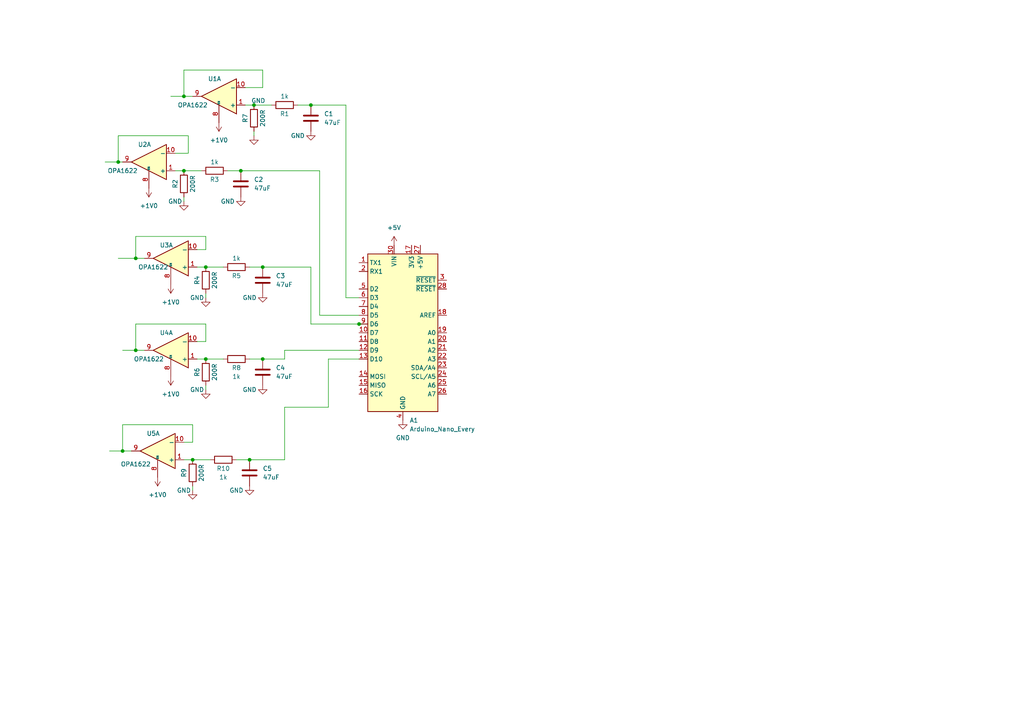
<source format=kicad_sch>
(kicad_sch (version 20230121) (generator eeschema)

  (uuid febae07b-aa3c-44e9-ba77-7fbc25b7a6dd)

  (paper "A4")

  (lib_symbols
    (symbol "Amplifier_Audio:OPA1622" (pin_names (offset 0.127)) (in_bom yes) (on_board yes)
      (property "Reference" "U" (at 3.81 6.35 0)
        (effects (font (size 1.27 1.27)) (justify left))
      )
      (property "Value" "OPA1622" (at 3.81 3.81 0)
        (effects (font (size 1.27 1.27)) (justify left))
      )
      (property "Footprint" "Package_SON:Texas_S-PVSON-N10" (at 0 -10.16 0)
        (effects (font (size 1.27 1.27)) hide)
      )
      (property "Datasheet" "http://www.ti.com/lit/ds/symlink/opa1622.pdf" (at 0 0 0)
        (effects (font (size 1.27 1.27)) hide)
      )
      (property "ki_locked" "" (at 0 0 0)
        (effects (font (size 1.27 1.27)))
      )
      (property "ki_keywords" "dual opamp audio" (at 0 0 0)
        (effects (font (size 1.27 1.27)) hide)
      )
      (property "ki_description" "High-Fidelity, Bipolar-Input, Audio Operational Amplifier, VSON-10" (at 0 0 0)
        (effects (font (size 1.27 1.27)) hide)
      )
      (property "ki_fp_filters" "Texas*PVSON*" (at 0 0 0)
        (effects (font (size 1.27 1.27)) hide)
      )
      (symbol "OPA1622_1_1"
        (polyline
          (pts
            (xy -5.08 5.08)
            (xy 5.08 0)
            (xy -5.08 -5.08)
            (xy -5.08 5.08)
            (xy -5.08 5.08)
          )
          (stroke (width 0.254) (type default))
          (fill (type background))
        )
        (pin input line (at -7.62 2.54 0) (length 2.54)
          (name "+" (effects (font (size 1.27 1.27))))
          (number "1" (effects (font (size 1.27 1.27))))
        )
        (pin input line (at -7.62 -2.54 0) (length 2.54)
          (name "-" (effects (font (size 1.27 1.27))))
          (number "10" (effects (font (size 1.27 1.27))))
        )
        (pin input line (at 0 7.62 270) (length 5.08)
          (name "EN" (effects (font (size 0.508 0.508))))
          (number "8" (effects (font (size 1.27 1.27))))
        )
        (pin output line (at 7.62 0 180) (length 2.54)
          (name "~" (effects (font (size 1.27 1.27))))
          (number "9" (effects (font (size 1.27 1.27))))
        )
      )
      (symbol "OPA1622_2_1"
        (polyline
          (pts
            (xy -5.08 5.08)
            (xy 5.08 0)
            (xy -5.08 -5.08)
            (xy -5.08 5.08)
            (xy -5.08 5.08)
          )
          (stroke (width 0.254) (type default))
          (fill (type background))
        )
        (pin input line (at -7.62 2.54 0) (length 2.54)
          (name "+" (effects (font (size 1.27 1.27))))
          (number "5" (effects (font (size 1.27 1.27))))
        )
        (pin input line (at -7.62 -2.54 0) (length 2.54)
          (name "-" (effects (font (size 1.27 1.27))))
          (number "6" (effects (font (size 1.27 1.27))))
        )
        (pin output line (at 7.62 0 180) (length 2.54)
          (name "~" (effects (font (size 1.27 1.27))))
          (number "7" (effects (font (size 1.27 1.27))))
        )
      )
      (symbol "OPA1622_3_1"
        (pin passive line (at -2.54 -7.62 90) (length 3.81) hide
          (name "V-" (effects (font (size 1.27 1.27))))
          (number "11" (effects (font (size 1.27 1.27))))
        )
        (pin power_in line (at -2.54 7.62 270) (length 3.81)
          (name "V+" (effects (font (size 1.27 1.27))))
          (number "2" (effects (font (size 1.27 1.27))))
        )
        (pin power_in line (at 0 -7.62 90) (length 5.08)
          (name "GND" (effects (font (size 0.508 0.508))))
          (number "3" (effects (font (size 1.27 1.27))))
        )
        (pin power_in line (at -2.54 -7.62 90) (length 3.81)
          (name "V-" (effects (font (size 1.27 1.27))))
          (number "4" (effects (font (size 1.27 1.27))))
        )
      )
    )
    (symbol "Device:C" (pin_numbers hide) (pin_names (offset 0.254)) (in_bom yes) (on_board yes)
      (property "Reference" "C" (at 0.635 2.54 0)
        (effects (font (size 1.27 1.27)) (justify left))
      )
      (property "Value" "C" (at 0.635 -2.54 0)
        (effects (font (size 1.27 1.27)) (justify left))
      )
      (property "Footprint" "" (at 0.9652 -3.81 0)
        (effects (font (size 1.27 1.27)) hide)
      )
      (property "Datasheet" "~" (at 0 0 0)
        (effects (font (size 1.27 1.27)) hide)
      )
      (property "ki_keywords" "cap capacitor" (at 0 0 0)
        (effects (font (size 1.27 1.27)) hide)
      )
      (property "ki_description" "Unpolarized capacitor" (at 0 0 0)
        (effects (font (size 1.27 1.27)) hide)
      )
      (property "ki_fp_filters" "C_*" (at 0 0 0)
        (effects (font (size 1.27 1.27)) hide)
      )
      (symbol "C_0_1"
        (polyline
          (pts
            (xy -2.032 -0.762)
            (xy 2.032 -0.762)
          )
          (stroke (width 0.508) (type default))
          (fill (type none))
        )
        (polyline
          (pts
            (xy -2.032 0.762)
            (xy 2.032 0.762)
          )
          (stroke (width 0.508) (type default))
          (fill (type none))
        )
      )
      (symbol "C_1_1"
        (pin passive line (at 0 3.81 270) (length 2.794)
          (name "~" (effects (font (size 1.27 1.27))))
          (number "1" (effects (font (size 1.27 1.27))))
        )
        (pin passive line (at 0 -3.81 90) (length 2.794)
          (name "~" (effects (font (size 1.27 1.27))))
          (number "2" (effects (font (size 1.27 1.27))))
        )
      )
    )
    (symbol "Device:R" (pin_numbers hide) (pin_names (offset 0)) (in_bom yes) (on_board yes)
      (property "Reference" "R" (at 2.032 0 90)
        (effects (font (size 1.27 1.27)))
      )
      (property "Value" "R" (at 0 0 90)
        (effects (font (size 1.27 1.27)))
      )
      (property "Footprint" "" (at -1.778 0 90)
        (effects (font (size 1.27 1.27)) hide)
      )
      (property "Datasheet" "~" (at 0 0 0)
        (effects (font (size 1.27 1.27)) hide)
      )
      (property "ki_keywords" "R res resistor" (at 0 0 0)
        (effects (font (size 1.27 1.27)) hide)
      )
      (property "ki_description" "Resistor" (at 0 0 0)
        (effects (font (size 1.27 1.27)) hide)
      )
      (property "ki_fp_filters" "R_*" (at 0 0 0)
        (effects (font (size 1.27 1.27)) hide)
      )
      (symbol "R_0_1"
        (rectangle (start -1.016 -2.54) (end 1.016 2.54)
          (stroke (width 0.254) (type default))
          (fill (type none))
        )
      )
      (symbol "R_1_1"
        (pin passive line (at 0 3.81 270) (length 1.27)
          (name "~" (effects (font (size 1.27 1.27))))
          (number "1" (effects (font (size 1.27 1.27))))
        )
        (pin passive line (at 0 -3.81 90) (length 1.27)
          (name "~" (effects (font (size 1.27 1.27))))
          (number "2" (effects (font (size 1.27 1.27))))
        )
      )
    )
    (symbol "MCU_Module:Arduino_Nano_Every" (in_bom yes) (on_board yes)
      (property "Reference" "A" (at -10.16 23.495 0)
        (effects (font (size 1.27 1.27)) (justify left bottom))
      )
      (property "Value" "Arduino_Nano_Every" (at 5.08 -24.13 0)
        (effects (font (size 1.27 1.27)) (justify left top))
      )
      (property "Footprint" "Module:Arduino_Nano" (at 0 0 0)
        (effects (font (size 1.27 1.27) italic) hide)
      )
      (property "Datasheet" "https://content.arduino.cc/assets/NANOEveryV3.0_sch.pdf" (at 0 0 0)
        (effects (font (size 1.27 1.27)) hide)
      )
      (property "ki_keywords" "Arduino nano microcontroller module USB UPDI AATMega4809 AVR" (at 0 0 0)
        (effects (font (size 1.27 1.27)) hide)
      )
      (property "ki_description" "Arduino Nano Every" (at 0 0 0)
        (effects (font (size 1.27 1.27)) hide)
      )
      (property "ki_fp_filters" "Arduino*Nano*" (at 0 0 0)
        (effects (font (size 1.27 1.27)) hide)
      )
      (symbol "Arduino_Nano_Every_0_1"
        (rectangle (start -10.16 22.86) (end 10.16 -22.86)
          (stroke (width 0.254) (type default))
          (fill (type background))
        )
      )
      (symbol "Arduino_Nano_Every_1_1"
        (pin bidirectional line (at -12.7 20.32 0) (length 2.54)
          (name "TX1" (effects (font (size 1.27 1.27))))
          (number "1" (effects (font (size 1.27 1.27))))
        )
        (pin bidirectional line (at -12.7 0 0) (length 2.54)
          (name "D7" (effects (font (size 1.27 1.27))))
          (number "10" (effects (font (size 1.27 1.27))))
        )
        (pin bidirectional line (at -12.7 -2.54 0) (length 2.54)
          (name "D8" (effects (font (size 1.27 1.27))))
          (number "11" (effects (font (size 1.27 1.27))))
        )
        (pin bidirectional line (at -12.7 -5.08 0) (length 2.54)
          (name "D9" (effects (font (size 1.27 1.27))))
          (number "12" (effects (font (size 1.27 1.27))))
        )
        (pin bidirectional line (at -12.7 -7.62 0) (length 2.54)
          (name "D10" (effects (font (size 1.27 1.27))))
          (number "13" (effects (font (size 1.27 1.27))))
        )
        (pin bidirectional line (at -12.7 -12.7 0) (length 2.54)
          (name "MOSI" (effects (font (size 1.27 1.27))))
          (number "14" (effects (font (size 1.27 1.27))))
        )
        (pin bidirectional line (at -12.7 -15.24 0) (length 2.54)
          (name "MISO" (effects (font (size 1.27 1.27))))
          (number "15" (effects (font (size 1.27 1.27))))
        )
        (pin bidirectional line (at -12.7 -17.78 0) (length 2.54)
          (name "SCK" (effects (font (size 1.27 1.27))))
          (number "16" (effects (font (size 1.27 1.27))))
        )
        (pin power_out line (at 2.54 25.4 270) (length 2.54)
          (name "3V3" (effects (font (size 1.27 1.27))))
          (number "17" (effects (font (size 1.27 1.27))))
        )
        (pin input line (at 12.7 5.08 180) (length 2.54)
          (name "AREF" (effects (font (size 1.27 1.27))))
          (number "18" (effects (font (size 1.27 1.27))))
        )
        (pin bidirectional line (at 12.7 0 180) (length 2.54)
          (name "A0" (effects (font (size 1.27 1.27))))
          (number "19" (effects (font (size 1.27 1.27))))
        )
        (pin bidirectional line (at -12.7 17.78 0) (length 2.54)
          (name "RX1" (effects (font (size 1.27 1.27))))
          (number "2" (effects (font (size 1.27 1.27))))
        )
        (pin bidirectional line (at 12.7 -2.54 180) (length 2.54)
          (name "A1" (effects (font (size 1.27 1.27))))
          (number "20" (effects (font (size 1.27 1.27))))
        )
        (pin bidirectional line (at 12.7 -5.08 180) (length 2.54)
          (name "A2" (effects (font (size 1.27 1.27))))
          (number "21" (effects (font (size 1.27 1.27))))
        )
        (pin bidirectional line (at 12.7 -7.62 180) (length 2.54)
          (name "A3" (effects (font (size 1.27 1.27))))
          (number "22" (effects (font (size 1.27 1.27))))
        )
        (pin bidirectional line (at 12.7 -10.16 180) (length 2.54)
          (name "SDA/A4" (effects (font (size 1.27 1.27))))
          (number "23" (effects (font (size 1.27 1.27))))
        )
        (pin bidirectional line (at 12.7 -12.7 180) (length 2.54)
          (name "SCL/A5" (effects (font (size 1.27 1.27))))
          (number "24" (effects (font (size 1.27 1.27))))
        )
        (pin bidirectional line (at 12.7 -15.24 180) (length 2.54)
          (name "A6" (effects (font (size 1.27 1.27))))
          (number "25" (effects (font (size 1.27 1.27))))
        )
        (pin bidirectional line (at 12.7 -17.78 180) (length 2.54)
          (name "A7" (effects (font (size 1.27 1.27))))
          (number "26" (effects (font (size 1.27 1.27))))
        )
        (pin power_out line (at 5.08 25.4 270) (length 2.54)
          (name "+5V" (effects (font (size 1.27 1.27))))
          (number "27" (effects (font (size 1.27 1.27))))
        )
        (pin input line (at 12.7 12.7 180) (length 2.54)
          (name "~{RESET}" (effects (font (size 1.27 1.27))))
          (number "28" (effects (font (size 1.27 1.27))))
        )
        (pin passive line (at 0 -25.4 90) (length 2.54) hide
          (name "GND" (effects (font (size 1.27 1.27))))
          (number "29" (effects (font (size 1.27 1.27))))
        )
        (pin input line (at 12.7 15.24 180) (length 2.54)
          (name "~{RESET}" (effects (font (size 1.27 1.27))))
          (number "3" (effects (font (size 1.27 1.27))))
        )
        (pin power_in line (at -2.54 25.4 270) (length 2.54)
          (name "VIN" (effects (font (size 1.27 1.27))))
          (number "30" (effects (font (size 1.27 1.27))))
        )
        (pin power_in line (at 0 -25.4 90) (length 2.54)
          (name "GND" (effects (font (size 1.27 1.27))))
          (number "4" (effects (font (size 1.27 1.27))))
        )
        (pin bidirectional line (at -12.7 12.7 0) (length 2.54)
          (name "D2" (effects (font (size 1.27 1.27))))
          (number "5" (effects (font (size 1.27 1.27))))
        )
        (pin bidirectional line (at -12.7 10.16 0) (length 2.54)
          (name "D3" (effects (font (size 1.27 1.27))))
          (number "6" (effects (font (size 1.27 1.27))))
        )
        (pin bidirectional line (at -12.7 7.62 0) (length 2.54)
          (name "D4" (effects (font (size 1.27 1.27))))
          (number "7" (effects (font (size 1.27 1.27))))
        )
        (pin bidirectional line (at -12.7 5.08 0) (length 2.54)
          (name "D5" (effects (font (size 1.27 1.27))))
          (number "8" (effects (font (size 1.27 1.27))))
        )
        (pin bidirectional line (at -12.7 2.54 0) (length 2.54)
          (name "D6" (effects (font (size 1.27 1.27))))
          (number "9" (effects (font (size 1.27 1.27))))
        )
      )
    )
    (symbol "power:+1V0" (power) (pin_names (offset 0)) (in_bom yes) (on_board yes)
      (property "Reference" "#PWR" (at 0 -3.81 0)
        (effects (font (size 1.27 1.27)) hide)
      )
      (property "Value" "+1V0" (at 0 3.556 0)
        (effects (font (size 1.27 1.27)))
      )
      (property "Footprint" "" (at 0 0 0)
        (effects (font (size 1.27 1.27)) hide)
      )
      (property "Datasheet" "" (at 0 0 0)
        (effects (font (size 1.27 1.27)) hide)
      )
      (property "ki_keywords" "global power" (at 0 0 0)
        (effects (font (size 1.27 1.27)) hide)
      )
      (property "ki_description" "Power symbol creates a global label with name \"+1V0\"" (at 0 0 0)
        (effects (font (size 1.27 1.27)) hide)
      )
      (symbol "+1V0_0_1"
        (polyline
          (pts
            (xy -0.762 1.27)
            (xy 0 2.54)
          )
          (stroke (width 0) (type default))
          (fill (type none))
        )
        (polyline
          (pts
            (xy 0 0)
            (xy 0 2.54)
          )
          (stroke (width 0) (type default))
          (fill (type none))
        )
        (polyline
          (pts
            (xy 0 2.54)
            (xy 0.762 1.27)
          )
          (stroke (width 0) (type default))
          (fill (type none))
        )
      )
      (symbol "+1V0_1_1"
        (pin power_in line (at 0 0 90) (length 0) hide
          (name "+1V0" (effects (font (size 1.27 1.27))))
          (number "1" (effects (font (size 1.27 1.27))))
        )
      )
    )
    (symbol "power:+5V" (power) (pin_names (offset 0)) (in_bom yes) (on_board yes)
      (property "Reference" "#PWR" (at 0 -3.81 0)
        (effects (font (size 1.27 1.27)) hide)
      )
      (property "Value" "+5V" (at 0 3.556 0)
        (effects (font (size 1.27 1.27)))
      )
      (property "Footprint" "" (at 0 0 0)
        (effects (font (size 1.27 1.27)) hide)
      )
      (property "Datasheet" "" (at 0 0 0)
        (effects (font (size 1.27 1.27)) hide)
      )
      (property "ki_keywords" "global power" (at 0 0 0)
        (effects (font (size 1.27 1.27)) hide)
      )
      (property "ki_description" "Power symbol creates a global label with name \"+5V\"" (at 0 0 0)
        (effects (font (size 1.27 1.27)) hide)
      )
      (symbol "+5V_0_1"
        (polyline
          (pts
            (xy -0.762 1.27)
            (xy 0 2.54)
          )
          (stroke (width 0) (type default))
          (fill (type none))
        )
        (polyline
          (pts
            (xy 0 0)
            (xy 0 2.54)
          )
          (stroke (width 0) (type default))
          (fill (type none))
        )
        (polyline
          (pts
            (xy 0 2.54)
            (xy 0.762 1.27)
          )
          (stroke (width 0) (type default))
          (fill (type none))
        )
      )
      (symbol "+5V_1_1"
        (pin power_in line (at 0 0 90) (length 0) hide
          (name "+5V" (effects (font (size 1.27 1.27))))
          (number "1" (effects (font (size 1.27 1.27))))
        )
      )
    )
    (symbol "power:GND" (power) (pin_names (offset 0)) (in_bom yes) (on_board yes)
      (property "Reference" "#PWR" (at 0 -6.35 0)
        (effects (font (size 1.27 1.27)) hide)
      )
      (property "Value" "GND" (at 0 -3.81 0)
        (effects (font (size 1.27 1.27)))
      )
      (property "Footprint" "" (at 0 0 0)
        (effects (font (size 1.27 1.27)) hide)
      )
      (property "Datasheet" "" (at 0 0 0)
        (effects (font (size 1.27 1.27)) hide)
      )
      (property "ki_keywords" "global power" (at 0 0 0)
        (effects (font (size 1.27 1.27)) hide)
      )
      (property "ki_description" "Power symbol creates a global label with name \"GND\" , ground" (at 0 0 0)
        (effects (font (size 1.27 1.27)) hide)
      )
      (symbol "GND_0_1"
        (polyline
          (pts
            (xy 0 0)
            (xy 0 -1.27)
            (xy 1.27 -1.27)
            (xy 0 -2.54)
            (xy -1.27 -1.27)
            (xy 0 -1.27)
          )
          (stroke (width 0) (type default))
          (fill (type none))
        )
      )
      (symbol "GND_1_1"
        (pin power_in line (at 0 0 270) (length 0) hide
          (name "GND" (effects (font (size 1.27 1.27))))
          (number "1" (effects (font (size 1.27 1.27))))
        )
      )
    )
  )

  (junction (at 53.34 49.53) (diameter 0) (color 0 0 0 0)
    (uuid 016d84e4-d74b-45f2-a5f4-bbd373a4f3fc)
  )
  (junction (at 55.88 133.35) (diameter 0) (color 0 0 0 0)
    (uuid 162b50b3-cb72-469a-9422-60d3ee6eb72d)
  )
  (junction (at 72.39 133.35) (diameter 0) (color 0 0 0 0)
    (uuid 1bee2ba0-8ee0-42a2-9c79-c7d4e842273f)
  )
  (junction (at 76.2 104.14) (diameter 0) (color 0 0 0 0)
    (uuid 204f2ad0-6100-4693-b6d0-2ad37c5927e5)
  )
  (junction (at 39.37 101.6) (diameter 0) (color 0 0 0 0)
    (uuid 23de6750-9d9a-4079-805d-acd7edbc6199)
  )
  (junction (at 90.17 30.48) (diameter 0) (color 0 0 0 0)
    (uuid 4e4e8063-539d-4d9c-bef5-c70b5cddf21e)
  )
  (junction (at 104.14 93.98) (diameter 0) (color 0 0 0 0)
    (uuid 6a639f3b-741c-4af1-827e-80a10b0209ba)
  )
  (junction (at 53.34 27.94) (diameter 0) (color 0 0 0 0)
    (uuid 6ffac9f2-268e-435e-84f6-b8ecbbbaf2ed)
  )
  (junction (at 39.37 74.93) (diameter 0) (color 0 0 0 0)
    (uuid 705595f7-3c9a-4f74-ad62-daa4bb740994)
  )
  (junction (at 35.56 130.81) (diameter 0) (color 0 0 0 0)
    (uuid 8c633834-80e1-41ee-8890-c508b3493eb1)
  )
  (junction (at 76.2 77.47) (diameter 0) (color 0 0 0 0)
    (uuid 964dff68-b5d8-4170-b17d-55303e5195b3)
  )
  (junction (at 69.85 49.53) (diameter 0) (color 0 0 0 0)
    (uuid aaad3f85-2e5b-4e11-99a1-8081699017a6)
  )
  (junction (at 34.29 46.99) (diameter 0) (color 0 0 0 0)
    (uuid b01f9d24-dadb-45a5-bcbe-14e61cada459)
  )
  (junction (at 73.66 30.48) (diameter 0) (color 0 0 0 0)
    (uuid b0334f23-5a6e-44ec-a701-c7945c9640f1)
  )
  (junction (at 59.69 77.47) (diameter 0) (color 0 0 0 0)
    (uuid b666222f-d3f8-4da8-9a52-bfa2aab65e12)
  )
  (junction (at 59.69 104.14) (diameter 0) (color 0 0 0 0)
    (uuid c0005e79-c035-4121-9ad2-353c17753ed2)
  )

  (wire (pts (xy 59.69 111.76) (xy 59.69 113.03))
    (stroke (width 0) (type default))
    (uuid 000cc9ee-d5fb-486e-aa57-f4609000c959)
  )
  (wire (pts (xy 50.8 49.53) (xy 53.34 49.53))
    (stroke (width 0) (type default))
    (uuid 0171bea6-c9f1-42e3-aa70-1b5cdd2e5e45)
  )
  (wire (pts (xy 69.85 49.53) (xy 92.71 49.53))
    (stroke (width 0) (type default))
    (uuid 01ec868e-da9b-4c5f-9b01-68f6bfe80f1a)
  )
  (wire (pts (xy 38.1 130.81) (xy 35.56 130.81))
    (stroke (width 0) (type default))
    (uuid 057f9994-af46-4c31-89cc-d3ab16dc71f6)
  )
  (wire (pts (xy 92.71 91.44) (xy 104.14 91.44))
    (stroke (width 0) (type default))
    (uuid 058026ba-0203-4fa6-aeb9-9320a357db20)
  )
  (wire (pts (xy 72.39 133.35) (xy 82.55 133.35))
    (stroke (width 0) (type default))
    (uuid 0b8ac63b-c103-404e-8bea-46018d198242)
  )
  (wire (pts (xy 71.12 30.48) (xy 73.66 30.48))
    (stroke (width 0) (type default))
    (uuid 12fdf027-1ebb-4732-83e9-c125c0e5b62b)
  )
  (wire (pts (xy 39.37 93.98) (xy 59.69 93.98))
    (stroke (width 0) (type default))
    (uuid 15b4db31-18c7-4072-b8a9-bee17c17e88e)
  )
  (wire (pts (xy 53.34 57.15) (xy 53.34 58.42))
    (stroke (width 0) (type default))
    (uuid 1a2272ae-18f6-47d4-8e38-a3e081fd7f1e)
  )
  (wire (pts (xy 55.88 140.97) (xy 55.88 142.24))
    (stroke (width 0) (type default))
    (uuid 1b364909-bb89-48f6-b71f-b0bd6f7f7c66)
  )
  (wire (pts (xy 73.66 38.1) (xy 73.66 39.37))
    (stroke (width 0) (type default))
    (uuid 2113f6a5-0976-4330-9476-dffaa99b0689)
  )
  (wire (pts (xy 35.56 123.19) (xy 55.88 123.19))
    (stroke (width 0) (type default))
    (uuid 2196d0f5-3bcd-4291-b0e3-e2570e89c3c4)
  )
  (wire (pts (xy 90.17 30.48) (xy 100.33 30.48))
    (stroke (width 0) (type default))
    (uuid 21ce8c0e-4101-4770-bf6a-e537eafad2b7)
  )
  (wire (pts (xy 53.34 27.94) (xy 53.34 20.32))
    (stroke (width 0) (type default))
    (uuid 25fc2f36-e025-440d-bf79-d1b16323a4c5)
  )
  (wire (pts (xy 31.75 130.81) (xy 35.56 130.81))
    (stroke (width 0) (type default))
    (uuid 26b7ff08-0036-4f12-8ef9-af2239e4b140)
  )
  (wire (pts (xy 76.2 104.14) (xy 82.55 104.14))
    (stroke (width 0) (type default))
    (uuid 26c14146-619d-465a-b5c3-97bf40a721c9)
  )
  (wire (pts (xy 76.2 20.32) (xy 76.2 25.4))
    (stroke (width 0) (type default))
    (uuid 2a0db255-b76e-402f-adb3-893c4338488c)
  )
  (wire (pts (xy 55.88 123.19) (xy 55.88 128.27))
    (stroke (width 0) (type default))
    (uuid 2dbc6ede-94fa-4e92-9630-7ce3fc1a8db2)
  )
  (wire (pts (xy 100.33 86.36) (xy 100.33 30.48))
    (stroke (width 0) (type default))
    (uuid 308d5785-9059-4c66-b225-18baf4fb8c5b)
  )
  (wire (pts (xy 30.48 46.99) (xy 34.29 46.99))
    (stroke (width 0) (type default))
    (uuid 3586277d-aa2d-49a3-b9d6-e98b98410d80)
  )
  (wire (pts (xy 57.15 104.14) (xy 59.69 104.14))
    (stroke (width 0) (type default))
    (uuid 3d4f0b1e-8f89-4a80-b634-5b1ad5ed2da9)
  )
  (wire (pts (xy 55.88 27.94) (xy 53.34 27.94))
    (stroke (width 0) (type default))
    (uuid 4a9cba60-56a5-4984-9b6c-c5f5ce0c8677)
  )
  (wire (pts (xy 59.69 104.14) (xy 64.77 104.14))
    (stroke (width 0) (type default))
    (uuid 4e6d9dbf-2337-4999-90e0-6c0d0fc4fcc7)
  )
  (wire (pts (xy 92.71 49.53) (xy 92.71 91.44))
    (stroke (width 0) (type default))
    (uuid 50319c1d-68b2-46d5-9eed-ae483598e8f7)
  )
  (wire (pts (xy 82.55 104.14) (xy 82.55 101.6))
    (stroke (width 0) (type default))
    (uuid 5085c9ea-60d2-401a-9088-aa0158c5f3f8)
  )
  (wire (pts (xy 39.37 74.93) (xy 39.37 68.58))
    (stroke (width 0) (type default))
    (uuid 57226592-018b-46ac-9af5-d6d6e73e9c3c)
  )
  (wire (pts (xy 59.69 72.39) (xy 57.15 72.39))
    (stroke (width 0) (type default))
    (uuid 5b2aac3d-16cf-48ad-8ff8-1c182511c4ab)
  )
  (wire (pts (xy 100.33 86.36) (xy 104.14 86.36))
    (stroke (width 0) (type default))
    (uuid 6c09de3f-199a-417d-853f-7bedc6354e81)
  )
  (wire (pts (xy 59.69 99.06) (xy 57.15 99.06))
    (stroke (width 0) (type default))
    (uuid 6f284be2-2f2f-4f0d-91ed-d4db7d011ebd)
  )
  (wire (pts (xy 90.17 93.98) (xy 104.14 93.98))
    (stroke (width 0) (type default))
    (uuid 6f4ec597-c504-4879-a22f-ba3b8675abb1)
  )
  (wire (pts (xy 54.61 39.37) (xy 54.61 44.45))
    (stroke (width 0) (type default))
    (uuid 715d79e8-ec36-4f73-87c7-a90e2fc4b843)
  )
  (wire (pts (xy 76.2 25.4) (xy 71.12 25.4))
    (stroke (width 0) (type default))
    (uuid 7c2ee4b0-9228-4b7d-bc53-676df2c1ceb4)
  )
  (wire (pts (xy 53.34 20.32) (xy 76.2 20.32))
    (stroke (width 0) (type default))
    (uuid 87be67a9-03e7-47d2-aa71-dd8f949900d4)
  )
  (wire (pts (xy 39.37 68.58) (xy 59.69 68.58))
    (stroke (width 0) (type default))
    (uuid 893b7dd6-507e-49c7-b0a5-d63a4ffab8d8)
  )
  (wire (pts (xy 34.29 46.99) (xy 34.29 39.37))
    (stroke (width 0) (type default))
    (uuid 8d3c6d1d-2dd7-401b-a809-9150c0913d81)
  )
  (wire (pts (xy 41.91 101.6) (xy 39.37 101.6))
    (stroke (width 0) (type default))
    (uuid 8ed53ead-0597-46b5-b10c-f702c57303cd)
  )
  (wire (pts (xy 34.29 74.93) (xy 39.37 74.93))
    (stroke (width 0) (type default))
    (uuid 90506929-ce8d-429d-9cc4-70e5014394e5)
  )
  (wire (pts (xy 39.37 74.93) (xy 41.91 74.93))
    (stroke (width 0) (type default))
    (uuid 9623c2f3-8a90-4a99-a1e5-d93b1a45c9da)
  )
  (wire (pts (xy 34.29 46.99) (xy 35.56 46.99))
    (stroke (width 0) (type default))
    (uuid 96df07bc-9f1f-44c7-8b63-5031526d1da9)
  )
  (wire (pts (xy 82.55 133.35) (xy 82.55 118.11))
    (stroke (width 0) (type default))
    (uuid 9cb5ca9b-bf56-49e5-9d0a-f8593cd12b33)
  )
  (wire (pts (xy 53.34 49.53) (xy 58.42 49.53))
    (stroke (width 0) (type default))
    (uuid abefea51-412c-47fa-9a4c-823c41e60eac)
  )
  (wire (pts (xy 76.2 77.47) (xy 90.17 77.47))
    (stroke (width 0) (type default))
    (uuid b2f54b4b-1643-4f97-97f0-0525bd17238f)
  )
  (wire (pts (xy 54.61 44.45) (xy 50.8 44.45))
    (stroke (width 0) (type default))
    (uuid b34584d1-2228-406d-ab32-05be6d6073af)
  )
  (wire (pts (xy 104.14 93.98) (xy 105.41 93.98))
    (stroke (width 0) (type default))
    (uuid b7dd5401-bf4e-4240-a21e-07ff4e55e0b6)
  )
  (wire (pts (xy 59.69 93.98) (xy 59.69 99.06))
    (stroke (width 0) (type default))
    (uuid b871e882-5ebf-441a-8abb-2d5c86c2e012)
  )
  (wire (pts (xy 90.17 77.47) (xy 90.17 93.98))
    (stroke (width 0) (type default))
    (uuid b97c7349-43be-4f3d-a059-c36cbb096b2b)
  )
  (wire (pts (xy 86.36 30.48) (xy 90.17 30.48))
    (stroke (width 0) (type default))
    (uuid c05ef34d-06c8-4e96-872d-6e995823bf20)
  )
  (wire (pts (xy 66.04 49.53) (xy 69.85 49.53))
    (stroke (width 0) (type default))
    (uuid c11ae182-be06-442b-8476-3e563a357f82)
  )
  (wire (pts (xy 72.39 77.47) (xy 76.2 77.47))
    (stroke (width 0) (type default))
    (uuid c145ffff-cd48-48b0-bec1-ef060eb64888)
  )
  (wire (pts (xy 35.56 130.81) (xy 35.56 123.19))
    (stroke (width 0) (type default))
    (uuid c1a25044-d6bc-4f3a-b79f-063504701940)
  )
  (wire (pts (xy 59.69 85.09) (xy 59.69 86.36))
    (stroke (width 0) (type default))
    (uuid c955c52f-931d-4f6a-9a8e-a3eb6b9f0c4e)
  )
  (wire (pts (xy 55.88 128.27) (xy 53.34 128.27))
    (stroke (width 0) (type default))
    (uuid ce915488-cd23-4a32-bd6d-643bcf5b6405)
  )
  (wire (pts (xy 95.25 104.14) (xy 95.25 118.11))
    (stroke (width 0) (type default))
    (uuid cfd1a1b2-392f-4aa0-8b7a-4099a2bfece0)
  )
  (wire (pts (xy 59.69 68.58) (xy 59.69 72.39))
    (stroke (width 0) (type default))
    (uuid d669684a-5548-4e28-9879-2921b7bc7a54)
  )
  (wire (pts (xy 49.53 27.94) (xy 53.34 27.94))
    (stroke (width 0) (type default))
    (uuid d743f51a-b4f6-42af-b7b8-84100189c135)
  )
  (wire (pts (xy 104.14 104.14) (xy 95.25 104.14))
    (stroke (width 0) (type default))
    (uuid d7f2fdc0-7649-4c1b-99d5-5ff68a97bb20)
  )
  (wire (pts (xy 59.69 77.47) (xy 64.77 77.47))
    (stroke (width 0) (type default))
    (uuid d84c83d3-77a0-4516-8cd4-2b7e0c5b4af1)
  )
  (wire (pts (xy 34.29 39.37) (xy 54.61 39.37))
    (stroke (width 0) (type default))
    (uuid dfc29dd6-29e2-4843-8fa7-0986b38a789e)
  )
  (wire (pts (xy 73.66 30.48) (xy 78.74 30.48))
    (stroke (width 0) (type default))
    (uuid e075b04a-b788-4c2b-826a-8576356dcb01)
  )
  (wire (pts (xy 57.15 77.47) (xy 59.69 77.47))
    (stroke (width 0) (type default))
    (uuid e20b0f1b-355b-44c0-9498-e680d842ea06)
  )
  (wire (pts (xy 55.88 133.35) (xy 60.96 133.35))
    (stroke (width 0) (type default))
    (uuid eac0a27d-5241-41df-a29c-1c7cd91fa80c)
  )
  (wire (pts (xy 72.39 104.14) (xy 76.2 104.14))
    (stroke (width 0) (type default))
    (uuid eaeb6581-b7d3-43b6-89cb-5241e9fb97ad)
  )
  (wire (pts (xy 82.55 101.6) (xy 104.14 101.6))
    (stroke (width 0) (type default))
    (uuid eb90ae85-c7e9-44f9-8af7-f0046dc20949)
  )
  (wire (pts (xy 39.37 101.6) (xy 39.37 93.98))
    (stroke (width 0) (type default))
    (uuid ec1d75c0-1adf-4868-94df-f591877d5b8b)
  )
  (wire (pts (xy 68.58 133.35) (xy 72.39 133.35))
    (stroke (width 0) (type default))
    (uuid ed0654b3-64dd-43f1-9f5a-69d132961e2b)
  )
  (wire (pts (xy 35.56 101.6) (xy 39.37 101.6))
    (stroke (width 0) (type default))
    (uuid f50f773a-34c3-4ad2-8b60-741c5da94055)
  )
  (wire (pts (xy 82.55 118.11) (xy 95.25 118.11))
    (stroke (width 0) (type default))
    (uuid fc340b83-73c8-4fde-93b8-14f972c90dc7)
  )
  (wire (pts (xy 53.34 133.35) (xy 55.88 133.35))
    (stroke (width 0) (type default))
    (uuid fd207214-5341-4d77-beba-5f80b5c63319)
  )

  (symbol (lib_id "Device:C") (at 69.85 53.34 0) (unit 1)
    (in_bom yes) (on_board yes) (dnp no) (fields_autoplaced)
    (uuid 036a2e02-3420-41d9-9224-da40cbcc23f1)
    (property "Reference" "C2" (at 73.66 52.07 0)
      (effects (font (size 1.27 1.27)) (justify left))
    )
    (property "Value" "47uF" (at 73.66 54.61 0)
      (effects (font (size 1.27 1.27)) (justify left))
    )
    (property "Footprint" "" (at 70.8152 57.15 0)
      (effects (font (size 1.27 1.27)) hide)
    )
    (property "Datasheet" "~" (at 69.85 53.34 0)
      (effects (font (size 1.27 1.27)) hide)
    )
    (pin "1" (uuid 2a10a0e7-ece7-4859-ba15-90e4901cd4bb))
    (pin "2" (uuid 6b67e272-50a7-42db-8010-055c9825f952))
    (instances
      (project "Emulation 1.0"
        (path "/febae07b-aa3c-44e9-ba77-7fbc25b7a6dd"
          (reference "C2") (unit 1)
        )
      )
    )
  )

  (symbol (lib_id "power:GND") (at 90.17 38.1 0) (unit 1)
    (in_bom yes) (on_board yes) (dnp no)
    (uuid 03bb9eb4-9f7e-46de-9435-fdb1010f2870)
    (property "Reference" "#PWR03" (at 90.17 44.45 0)
      (effects (font (size 1.27 1.27)) hide)
    )
    (property "Value" "GND" (at 86.36 39.37 0)
      (effects (font (size 1.27 1.27)))
    )
    (property "Footprint" "" (at 90.17 38.1 0)
      (effects (font (size 1.27 1.27)) hide)
    )
    (property "Datasheet" "" (at 90.17 38.1 0)
      (effects (font (size 1.27 1.27)) hide)
    )
    (pin "1" (uuid 0b558d10-7bde-4a1c-89cf-d61c7c827b78))
    (instances
      (project "Emulation 1.0"
        (path "/febae07b-aa3c-44e9-ba77-7fbc25b7a6dd"
          (reference "#PWR03") (unit 1)
        )
      )
    )
  )

  (symbol (lib_id "power:GND") (at 55.88 142.24 0) (unit 1)
    (in_bom yes) (on_board yes) (dnp no)
    (uuid 130e73a8-2340-40bd-8910-e5af31e6e8ce)
    (property "Reference" "#PWR016" (at 55.88 148.59 0)
      (effects (font (size 1.27 1.27)) hide)
    )
    (property "Value" "GND" (at 53.34 142.24 0)
      (effects (font (size 1.27 1.27)))
    )
    (property "Footprint" "" (at 55.88 142.24 0)
      (effects (font (size 1.27 1.27)) hide)
    )
    (property "Datasheet" "" (at 55.88 142.24 0)
      (effects (font (size 1.27 1.27)) hide)
    )
    (pin "1" (uuid 2e25e1b1-2a06-4d91-8902-8cd675a4e4ff))
    (instances
      (project "Emulation 1.0"
        (path "/febae07b-aa3c-44e9-ba77-7fbc25b7a6dd"
          (reference "#PWR016") (unit 1)
        )
      )
    )
  )

  (symbol (lib_id "Amplifier_Audio:OPA1622") (at 63.5 27.94 180) (unit 1)
    (in_bom yes) (on_board yes) (dnp no)
    (uuid 1b48452c-1c79-4ca4-8c95-1da9afd6a94d)
    (property "Reference" "U1" (at 62.23 22.86 0)
      (effects (font (size 1.27 1.27)))
    )
    (property "Value" "OPA1622" (at 55.88 30.48 0)
      (effects (font (size 1.27 1.27)))
    )
    (property "Footprint" "Package_SON:Texas_S-PVSON-N10" (at 63.5 17.78 0)
      (effects (font (size 1.27 1.27)) hide)
    )
    (property "Datasheet" "http://www.ti.com/lit/ds/symlink/opa1622.pdf" (at 63.5 27.94 0)
      (effects (font (size 1.27 1.27)) hide)
    )
    (pin "1" (uuid b4c77824-46e4-48c3-845e-43fbb088681a))
    (pin "10" (uuid a08c185a-bd2a-4182-b768-bfda1b01e674))
    (pin "8" (uuid 871b3d79-ddd4-49f1-8394-b1c9eb277ad6))
    (pin "9" (uuid ee9b27ea-20be-442a-83a0-85da5d54c0ff))
    (pin "5" (uuid 1a3c6853-e22d-4a15-9c76-cf2528e6c552))
    (pin "6" (uuid ca888452-a9ad-4e84-ba0d-8a4182f0f7b1))
    (pin "7" (uuid 25d84b68-9e38-43df-9c5d-ba6e85bef661))
    (pin "11" (uuid 02414882-4697-4ced-9379-0bd88862a2e9))
    (pin "2" (uuid 083a3f5d-a76c-4aac-8e57-3f132b09978c))
    (pin "3" (uuid 5b7a8762-b04b-4885-a1e3-8b9a79980443))
    (pin "4" (uuid 4b5a65c2-9368-4e2b-a6ad-62282102fbf9))
    (instances
      (project "Emulation 1.0"
        (path "/febae07b-aa3c-44e9-ba77-7fbc25b7a6dd"
          (reference "U1") (unit 1)
        )
      )
    )
  )

  (symbol (lib_id "power:+1V0") (at 43.18 54.61 180) (unit 1)
    (in_bom yes) (on_board yes) (dnp no) (fields_autoplaced)
    (uuid 25583518-e03f-4bea-8e0b-549ab739ca89)
    (property "Reference" "#PWR04" (at 43.18 50.8 0)
      (effects (font (size 1.27 1.27)) hide)
    )
    (property "Value" "+1V0" (at 43.18 59.69 0)
      (effects (font (size 1.27 1.27)))
    )
    (property "Footprint" "" (at 43.18 54.61 0)
      (effects (font (size 1.27 1.27)) hide)
    )
    (property "Datasheet" "" (at 43.18 54.61 0)
      (effects (font (size 1.27 1.27)) hide)
    )
    (pin "1" (uuid e67d0631-b0ee-4118-b129-5fe4fbbb83ef))
    (instances
      (project "Emulation 1.0"
        (path "/febae07b-aa3c-44e9-ba77-7fbc25b7a6dd"
          (reference "#PWR04") (unit 1)
        )
      )
    )
  )

  (symbol (lib_id "Device:C") (at 90.17 34.29 0) (unit 1)
    (in_bom yes) (on_board yes) (dnp no) (fields_autoplaced)
    (uuid 2b802293-70ea-42f1-a84f-76b349a9b4a1)
    (property "Reference" "C1" (at 93.98 33.02 0)
      (effects (font (size 1.27 1.27)) (justify left))
    )
    (property "Value" "47uF" (at 93.98 35.56 0)
      (effects (font (size 1.27 1.27)) (justify left))
    )
    (property "Footprint" "" (at 91.1352 38.1 0)
      (effects (font (size 1.27 1.27)) hide)
    )
    (property "Datasheet" "~" (at 90.17 34.29 0)
      (effects (font (size 1.27 1.27)) hide)
    )
    (pin "1" (uuid b58387c3-d34a-4d12-868a-a7ccde99a2f7))
    (pin "2" (uuid 80120bcf-ad7e-4a66-a7a5-64cb857ebdcc))
    (instances
      (project "Emulation 1.0"
        (path "/febae07b-aa3c-44e9-ba77-7fbc25b7a6dd"
          (reference "C1") (unit 1)
        )
      )
    )
  )

  (symbol (lib_id "power:GND") (at 116.84 121.92 0) (unit 1)
    (in_bom yes) (on_board yes) (dnp no) (fields_autoplaced)
    (uuid 2ee2451f-5e05-40fa-8e62-7d4408d13193)
    (property "Reference" "#PWR01" (at 116.84 128.27 0)
      (effects (font (size 1.27 1.27)) hide)
    )
    (property "Value" "GND" (at 116.84 127 0)
      (effects (font (size 1.27 1.27)))
    )
    (property "Footprint" "" (at 116.84 121.92 0)
      (effects (font (size 1.27 1.27)) hide)
    )
    (property "Datasheet" "" (at 116.84 121.92 0)
      (effects (font (size 1.27 1.27)) hide)
    )
    (pin "1" (uuid 2c74ebbc-4e20-4b40-a7bd-c813eb4ddd6a))
    (instances
      (project "Emulation 1.0"
        (path "/febae07b-aa3c-44e9-ba77-7fbc25b7a6dd"
          (reference "#PWR01") (unit 1)
        )
      )
    )
  )

  (symbol (lib_id "Amplifier_Audio:OPA1622") (at 49.53 74.93 180) (unit 1)
    (in_bom yes) (on_board yes) (dnp no)
    (uuid 343ad6b8-c085-4aac-899f-290781421b0f)
    (property "Reference" "U3" (at 48.26 71.12 0)
      (effects (font (size 1.27 1.27)))
    )
    (property "Value" "OPA1622" (at 44.45 77.47 0)
      (effects (font (size 1.27 1.27)))
    )
    (property "Footprint" "Package_SON:Texas_S-PVSON-N10" (at 49.53 64.77 0)
      (effects (font (size 1.27 1.27)) hide)
    )
    (property "Datasheet" "http://www.ti.com/lit/ds/symlink/opa1622.pdf" (at 49.53 74.93 0)
      (effects (font (size 1.27 1.27)) hide)
    )
    (pin "1" (uuid 8cd20ae7-a0a9-4c37-b9df-dbc16fbf7e3c))
    (pin "10" (uuid 37d1b3f1-584c-4175-a327-a7ee18de3c93))
    (pin "8" (uuid 22f8f330-04bd-4ee6-84ef-c21aa7de874a))
    (pin "9" (uuid 3712923c-5625-447c-a882-d963f1341d56))
    (pin "5" (uuid 1a3c6853-e22d-4a15-9c76-cf2528e6c552))
    (pin "6" (uuid ca888452-a9ad-4e84-ba0d-8a4182f0f7b1))
    (pin "7" (uuid 25d84b68-9e38-43df-9c5d-ba6e85bef661))
    (pin "11" (uuid 02414882-4697-4ced-9379-0bd88862a2e9))
    (pin "2" (uuid 083a3f5d-a76c-4aac-8e57-3f132b09978c))
    (pin "3" (uuid 5b7a8762-b04b-4885-a1e3-8b9a79980443))
    (pin "4" (uuid 4b5a65c2-9368-4e2b-a6ad-62282102fbf9))
    (instances
      (project "Emulation 1.0"
        (path "/febae07b-aa3c-44e9-ba77-7fbc25b7a6dd"
          (reference "U3") (unit 1)
        )
      )
    )
  )

  (symbol (lib_id "power:GND") (at 76.2 111.76 0) (unit 1)
    (in_bom yes) (on_board yes) (dnp no)
    (uuid 35c3b598-d48d-474a-bdcc-475366822a3e)
    (property "Reference" "#PWR014" (at 76.2 118.11 0)
      (effects (font (size 1.27 1.27)) hide)
    )
    (property "Value" "GND" (at 72.39 113.03 0)
      (effects (font (size 1.27 1.27)))
    )
    (property "Footprint" "" (at 76.2 111.76 0)
      (effects (font (size 1.27 1.27)) hide)
    )
    (property "Datasheet" "" (at 76.2 111.76 0)
      (effects (font (size 1.27 1.27)) hide)
    )
    (pin "1" (uuid 4e98bfd9-ea45-497f-a902-8d1d801198cd))
    (instances
      (project "Emulation 1.0"
        (path "/febae07b-aa3c-44e9-ba77-7fbc25b7a6dd"
          (reference "#PWR014") (unit 1)
        )
      )
    )
  )

  (symbol (lib_id "power:+1V0") (at 49.53 109.22 180) (unit 1)
    (in_bom yes) (on_board yes) (dnp no) (fields_autoplaced)
    (uuid 3b74699d-fe11-4970-a3b2-91214f3e644c)
    (property "Reference" "#PWR012" (at 49.53 105.41 0)
      (effects (font (size 1.27 1.27)) hide)
    )
    (property "Value" "+1V0" (at 49.53 114.3 0)
      (effects (font (size 1.27 1.27)))
    )
    (property "Footprint" "" (at 49.53 109.22 0)
      (effects (font (size 1.27 1.27)) hide)
    )
    (property "Datasheet" "" (at 49.53 109.22 0)
      (effects (font (size 1.27 1.27)) hide)
    )
    (pin "1" (uuid 4fd9a05b-f29f-400f-ae6c-954bcead903d))
    (instances
      (project "Emulation 1.0"
        (path "/febae07b-aa3c-44e9-ba77-7fbc25b7a6dd"
          (reference "#PWR012") (unit 1)
        )
      )
    )
  )

  (symbol (lib_id "Device:C") (at 76.2 81.28 0) (unit 1)
    (in_bom yes) (on_board yes) (dnp no) (fields_autoplaced)
    (uuid 5a1e0490-c8df-437f-8213-25e8e73ccce0)
    (property "Reference" "C3" (at 80.01 80.01 0)
      (effects (font (size 1.27 1.27)) (justify left))
    )
    (property "Value" "47uF" (at 80.01 82.55 0)
      (effects (font (size 1.27 1.27)) (justify left))
    )
    (property "Footprint" "" (at 77.1652 85.09 0)
      (effects (font (size 1.27 1.27)) hide)
    )
    (property "Datasheet" "~" (at 76.2 81.28 0)
      (effects (font (size 1.27 1.27)) hide)
    )
    (pin "1" (uuid e38d9c25-5e1a-4a32-bafa-2ae8096eb9e1))
    (pin "2" (uuid 430bda7a-d250-4725-b673-a8904e0e5780))
    (instances
      (project "Emulation 1.0"
        (path "/febae07b-aa3c-44e9-ba77-7fbc25b7a6dd"
          (reference "C3") (unit 1)
        )
      )
    )
  )

  (symbol (lib_id "power:GND") (at 76.2 85.09 0) (unit 1)
    (in_bom yes) (on_board yes) (dnp no)
    (uuid 5d53b25f-aa28-4737-a182-00093c28e654)
    (property "Reference" "#PWR011" (at 76.2 91.44 0)
      (effects (font (size 1.27 1.27)) hide)
    )
    (property "Value" "GND" (at 72.39 86.36 0)
      (effects (font (size 1.27 1.27)))
    )
    (property "Footprint" "" (at 76.2 85.09 0)
      (effects (font (size 1.27 1.27)) hide)
    )
    (property "Datasheet" "" (at 76.2 85.09 0)
      (effects (font (size 1.27 1.27)) hide)
    )
    (pin "1" (uuid fce2ae90-7c1b-4a2b-9c51-6b4785ecdd26))
    (instances
      (project "Emulation 1.0"
        (path "/febae07b-aa3c-44e9-ba77-7fbc25b7a6dd"
          (reference "#PWR011") (unit 1)
        )
      )
    )
  )

  (symbol (lib_id "power:GND") (at 59.69 113.03 0) (unit 1)
    (in_bom yes) (on_board yes) (dnp no)
    (uuid 615b222d-918c-44c3-a3e9-8331681396b9)
    (property "Reference" "#PWR013" (at 59.69 119.38 0)
      (effects (font (size 1.27 1.27)) hide)
    )
    (property "Value" "GND" (at 57.15 113.03 0)
      (effects (font (size 1.27 1.27)))
    )
    (property "Footprint" "" (at 59.69 113.03 0)
      (effects (font (size 1.27 1.27)) hide)
    )
    (property "Datasheet" "" (at 59.69 113.03 0)
      (effects (font (size 1.27 1.27)) hide)
    )
    (pin "1" (uuid 69faa57c-ded1-4ce3-adde-e1e8ee6a0589))
    (instances
      (project "Emulation 1.0"
        (path "/febae07b-aa3c-44e9-ba77-7fbc25b7a6dd"
          (reference "#PWR013") (unit 1)
        )
      )
    )
  )

  (symbol (lib_id "power:GND") (at 69.85 57.15 0) (unit 1)
    (in_bom yes) (on_board yes) (dnp no)
    (uuid 6b33ad1d-8fb3-4969-98ad-aacc96344532)
    (property "Reference" "#PWR06" (at 69.85 63.5 0)
      (effects (font (size 1.27 1.27)) hide)
    )
    (property "Value" "GND" (at 66.04 58.42 0)
      (effects (font (size 1.27 1.27)))
    )
    (property "Footprint" "" (at 69.85 57.15 0)
      (effects (font (size 1.27 1.27)) hide)
    )
    (property "Datasheet" "" (at 69.85 57.15 0)
      (effects (font (size 1.27 1.27)) hide)
    )
    (pin "1" (uuid 01cebfa1-e9a2-4a82-b93b-b6f5ff74b4a4))
    (instances
      (project "Emulation 1.0"
        (path "/febae07b-aa3c-44e9-ba77-7fbc25b7a6dd"
          (reference "#PWR06") (unit 1)
        )
      )
    )
  )

  (symbol (lib_id "Device:R") (at 68.58 104.14 90) (unit 1)
    (in_bom yes) (on_board yes) (dnp no)
    (uuid 827bb2de-c15b-4980-a7ba-c00b09f8e35a)
    (property "Reference" "R8" (at 68.58 106.68 90)
      (effects (font (size 1.27 1.27)))
    )
    (property "Value" "1k" (at 68.58 109.22 90)
      (effects (font (size 1.27 1.27)))
    )
    (property "Footprint" "" (at 68.58 105.918 90)
      (effects (font (size 1.27 1.27)) hide)
    )
    (property "Datasheet" "~" (at 68.58 104.14 0)
      (effects (font (size 1.27 1.27)) hide)
    )
    (pin "1" (uuid 59d15236-3a98-418e-a3fa-c81ae183cadb))
    (pin "2" (uuid 1115d6b3-8d92-42aa-a4e1-e16cd788b189))
    (instances
      (project "Emulation 1.0"
        (path "/febae07b-aa3c-44e9-ba77-7fbc25b7a6dd"
          (reference "R8") (unit 1)
        )
      )
    )
  )

  (symbol (lib_id "Device:R") (at 53.34 53.34 180) (unit 1)
    (in_bom yes) (on_board yes) (dnp no)
    (uuid 90f0cfb7-5cec-444b-a6c0-1a970c7172b3)
    (property "Reference" "R2" (at 50.8 53.34 90)
      (effects (font (size 1.27 1.27)))
    )
    (property "Value" "200R" (at 55.88 53.34 90)
      (effects (font (size 1.27 1.27)))
    )
    (property "Footprint" "" (at 55.118 53.34 90)
      (effects (font (size 1.27 1.27)) hide)
    )
    (property "Datasheet" "~" (at 53.34 53.34 0)
      (effects (font (size 1.27 1.27)) hide)
    )
    (pin "1" (uuid d9c1c4f2-20c8-454e-bcb6-6741dea8b198))
    (pin "2" (uuid a66cae17-4607-46a0-a085-f747cc4a0f6e))
    (instances
      (project "Emulation 1.0"
        (path "/febae07b-aa3c-44e9-ba77-7fbc25b7a6dd"
          (reference "R2") (unit 1)
        )
      )
    )
  )

  (symbol (lib_id "Device:C") (at 76.2 107.95 0) (unit 1)
    (in_bom yes) (on_board yes) (dnp no) (fields_autoplaced)
    (uuid 98b09f0e-2790-4aa4-a04d-a6ec1165b4a2)
    (property "Reference" "C4" (at 80.01 106.68 0)
      (effects (font (size 1.27 1.27)) (justify left))
    )
    (property "Value" "47uF" (at 80.01 109.22 0)
      (effects (font (size 1.27 1.27)) (justify left))
    )
    (property "Footprint" "" (at 77.1652 111.76 0)
      (effects (font (size 1.27 1.27)) hide)
    )
    (property "Datasheet" "~" (at 76.2 107.95 0)
      (effects (font (size 1.27 1.27)) hide)
    )
    (pin "1" (uuid 5e831e2e-1f80-489e-8ae4-f869f9bee66c))
    (pin "2" (uuid 3701227f-e9a0-4894-9f9f-5e0e4e3d05b6))
    (instances
      (project "Emulation 1.0"
        (path "/febae07b-aa3c-44e9-ba77-7fbc25b7a6dd"
          (reference "C4") (unit 1)
        )
      )
    )
  )

  (symbol (lib_id "power:+5V") (at 114.3 71.12 0) (unit 1)
    (in_bom yes) (on_board yes) (dnp no) (fields_autoplaced)
    (uuid 9b7fae37-7cd4-41b9-85b9-419a06f6556c)
    (property "Reference" "#PWR02" (at 114.3 74.93 0)
      (effects (font (size 1.27 1.27)) hide)
    )
    (property "Value" "+5V" (at 114.3 66.04 0)
      (effects (font (size 1.27 1.27)))
    )
    (property "Footprint" "" (at 114.3 71.12 0)
      (effects (font (size 1.27 1.27)) hide)
    )
    (property "Datasheet" "" (at 114.3 71.12 0)
      (effects (font (size 1.27 1.27)) hide)
    )
    (pin "1" (uuid cc2094a0-ae7b-48ea-a4d2-ebd113d3ab9f))
    (instances
      (project "Emulation 1.0"
        (path "/febae07b-aa3c-44e9-ba77-7fbc25b7a6dd"
          (reference "#PWR02") (unit 1)
        )
      )
    )
  )

  (symbol (lib_id "Device:R") (at 59.69 107.95 180) (unit 1)
    (in_bom yes) (on_board yes) (dnp no)
    (uuid 9f56b189-0a0b-453c-99a7-e4d06072b693)
    (property "Reference" "R6" (at 57.15 107.95 90)
      (effects (font (size 1.27 1.27)))
    )
    (property "Value" "200R" (at 62.23 107.95 90)
      (effects (font (size 1.27 1.27)))
    )
    (property "Footprint" "" (at 61.468 107.95 90)
      (effects (font (size 1.27 1.27)) hide)
    )
    (property "Datasheet" "~" (at 59.69 107.95 0)
      (effects (font (size 1.27 1.27)) hide)
    )
    (pin "1" (uuid 68d69e86-90d4-49bd-9305-f4d78e74c451))
    (pin "2" (uuid c6faa0b7-a14b-48ac-818e-da1427689678))
    (instances
      (project "Emulation 1.0"
        (path "/febae07b-aa3c-44e9-ba77-7fbc25b7a6dd"
          (reference "R6") (unit 1)
        )
      )
    )
  )

  (symbol (lib_id "Amplifier_Audio:OPA1622") (at 43.18 46.99 180) (unit 1)
    (in_bom yes) (on_board yes) (dnp no)
    (uuid acbcd424-0a6f-4656-b970-479380997847)
    (property "Reference" "U2" (at 41.91 41.91 0)
      (effects (font (size 1.27 1.27)))
    )
    (property "Value" "OPA1622" (at 35.56 49.53 0)
      (effects (font (size 1.27 1.27)))
    )
    (property "Footprint" "Package_SON:Texas_S-PVSON-N10" (at 43.18 36.83 0)
      (effects (font (size 1.27 1.27)) hide)
    )
    (property "Datasheet" "http://www.ti.com/lit/ds/symlink/opa1622.pdf" (at 43.18 46.99 0)
      (effects (font (size 1.27 1.27)) hide)
    )
    (pin "1" (uuid 5c0c5560-ad4e-4e8c-b21c-ed630bc192e8))
    (pin "10" (uuid 823800ce-a713-41f6-9543-a7fb35bee164))
    (pin "8" (uuid 671b4893-904d-48ea-8e2c-365885aff9ed))
    (pin "9" (uuid e72f8370-6dfe-479d-bb44-5da56fd96f5c))
    (pin "5" (uuid 1a3c6853-e22d-4a15-9c76-cf2528e6c552))
    (pin "6" (uuid ca888452-a9ad-4e84-ba0d-8a4182f0f7b1))
    (pin "7" (uuid 25d84b68-9e38-43df-9c5d-ba6e85bef661))
    (pin "11" (uuid 02414882-4697-4ced-9379-0bd88862a2e9))
    (pin "2" (uuid 083a3f5d-a76c-4aac-8e57-3f132b09978c))
    (pin "3" (uuid 5b7a8762-b04b-4885-a1e3-8b9a79980443))
    (pin "4" (uuid 4b5a65c2-9368-4e2b-a6ad-62282102fbf9))
    (instances
      (project "Emulation 1.0"
        (path "/febae07b-aa3c-44e9-ba77-7fbc25b7a6dd"
          (reference "U2") (unit 1)
        )
      )
    )
  )

  (symbol (lib_id "power:+1V0") (at 63.5 35.56 180) (unit 1)
    (in_bom yes) (on_board yes) (dnp no) (fields_autoplaced)
    (uuid af10610d-1b0c-496f-afa4-943958dcd026)
    (property "Reference" "#PWR09" (at 63.5 31.75 0)
      (effects (font (size 1.27 1.27)) hide)
    )
    (property "Value" "+1V0" (at 63.5 40.64 0)
      (effects (font (size 1.27 1.27)))
    )
    (property "Footprint" "" (at 63.5 35.56 0)
      (effects (font (size 1.27 1.27)) hide)
    )
    (property "Datasheet" "" (at 63.5 35.56 0)
      (effects (font (size 1.27 1.27)) hide)
    )
    (pin "1" (uuid 9e6eff55-4410-4b08-94c5-e27db3a19404))
    (instances
      (project "Emulation 1.0"
        (path "/febae07b-aa3c-44e9-ba77-7fbc25b7a6dd"
          (reference "#PWR09") (unit 1)
        )
      )
    )
  )

  (symbol (lib_id "Device:R") (at 82.55 30.48 90) (unit 1)
    (in_bom yes) (on_board yes) (dnp no)
    (uuid af2e56fa-1efe-4681-b927-eb804a391f2b)
    (property "Reference" "R1" (at 82.55 33.02 90)
      (effects (font (size 1.27 1.27)))
    )
    (property "Value" "1k" (at 82.55 27.94 90)
      (effects (font (size 1.27 1.27)))
    )
    (property "Footprint" "" (at 82.55 32.258 90)
      (effects (font (size 1.27 1.27)) hide)
    )
    (property "Datasheet" "~" (at 82.55 30.48 0)
      (effects (font (size 1.27 1.27)) hide)
    )
    (pin "1" (uuid 548ce733-34ae-410c-9bc7-de8805a234f0))
    (pin "2" (uuid 80558446-56df-443d-8faf-20dbb729c701))
    (instances
      (project "Emulation 1.0"
        (path "/febae07b-aa3c-44e9-ba77-7fbc25b7a6dd"
          (reference "R1") (unit 1)
        )
      )
    )
  )

  (symbol (lib_id "power:GND") (at 72.39 140.97 0) (unit 1)
    (in_bom yes) (on_board yes) (dnp no)
    (uuid b01b03b1-e4ad-43c8-bb8a-4198c70bd239)
    (property "Reference" "#PWR017" (at 72.39 147.32 0)
      (effects (font (size 1.27 1.27)) hide)
    )
    (property "Value" "GND" (at 68.58 142.24 0)
      (effects (font (size 1.27 1.27)))
    )
    (property "Footprint" "" (at 72.39 140.97 0)
      (effects (font (size 1.27 1.27)) hide)
    )
    (property "Datasheet" "" (at 72.39 140.97 0)
      (effects (font (size 1.27 1.27)) hide)
    )
    (pin "1" (uuid 7c3a1b01-15cc-49bd-b0f8-c8be93ca9814))
    (instances
      (project "Emulation 1.0"
        (path "/febae07b-aa3c-44e9-ba77-7fbc25b7a6dd"
          (reference "#PWR017") (unit 1)
        )
      )
    )
  )

  (symbol (lib_id "power:GND") (at 73.66 39.37 0) (unit 1)
    (in_bom yes) (on_board yes) (dnp no)
    (uuid b0648114-667f-46df-9d31-6932ad778954)
    (property "Reference" "#PWR08" (at 73.66 45.72 0)
      (effects (font (size 1.27 1.27)) hide)
    )
    (property "Value" "GND" (at 74.93 29.21 0)
      (effects (font (size 1.27 1.27)))
    )
    (property "Footprint" "" (at 73.66 39.37 0)
      (effects (font (size 1.27 1.27)) hide)
    )
    (property "Datasheet" "" (at 73.66 39.37 0)
      (effects (font (size 1.27 1.27)) hide)
    )
    (pin "1" (uuid 934aaaf2-78c0-450c-8656-5aa1dd386932))
    (instances
      (project "Emulation 1.0"
        (path "/febae07b-aa3c-44e9-ba77-7fbc25b7a6dd"
          (reference "#PWR08") (unit 1)
        )
      )
    )
  )

  (symbol (lib_id "power:+1V0") (at 45.72 138.43 180) (unit 1)
    (in_bom yes) (on_board yes) (dnp no) (fields_autoplaced)
    (uuid b071c402-175a-430d-8492-6fd2b415c01a)
    (property "Reference" "#PWR015" (at 45.72 134.62 0)
      (effects (font (size 1.27 1.27)) hide)
    )
    (property "Value" "+1V0" (at 45.72 143.51 0)
      (effects (font (size 1.27 1.27)))
    )
    (property "Footprint" "" (at 45.72 138.43 0)
      (effects (font (size 1.27 1.27)) hide)
    )
    (property "Datasheet" "" (at 45.72 138.43 0)
      (effects (font (size 1.27 1.27)) hide)
    )
    (pin "1" (uuid 83369db9-74e6-459c-9c98-b73ebd53f45a))
    (instances
      (project "Emulation 1.0"
        (path "/febae07b-aa3c-44e9-ba77-7fbc25b7a6dd"
          (reference "#PWR015") (unit 1)
        )
      )
    )
  )

  (symbol (lib_id "power:+1V0") (at 49.53 82.55 180) (unit 1)
    (in_bom yes) (on_board yes) (dnp no) (fields_autoplaced)
    (uuid b20c2ef0-eceb-4200-bc9c-1ab4fcee7492)
    (property "Reference" "#PWR07" (at 49.53 78.74 0)
      (effects (font (size 1.27 1.27)) hide)
    )
    (property "Value" "+1V0" (at 49.53 87.63 0)
      (effects (font (size 1.27 1.27)))
    )
    (property "Footprint" "" (at 49.53 82.55 0)
      (effects (font (size 1.27 1.27)) hide)
    )
    (property "Datasheet" "" (at 49.53 82.55 0)
      (effects (font (size 1.27 1.27)) hide)
    )
    (pin "1" (uuid 1e03ee8b-f392-4898-abe9-48be2da51cee))
    (instances
      (project "Emulation 1.0"
        (path "/febae07b-aa3c-44e9-ba77-7fbc25b7a6dd"
          (reference "#PWR07") (unit 1)
        )
      )
    )
  )

  (symbol (lib_id "Device:R") (at 68.58 77.47 90) (unit 1)
    (in_bom yes) (on_board yes) (dnp no)
    (uuid b3d64daf-e154-4247-b13a-e1e63e31006c)
    (property "Reference" "R5" (at 68.58 80.01 90)
      (effects (font (size 1.27 1.27)))
    )
    (property "Value" "1k" (at 68.58 74.93 90)
      (effects (font (size 1.27 1.27)))
    )
    (property "Footprint" "" (at 68.58 79.248 90)
      (effects (font (size 1.27 1.27)) hide)
    )
    (property "Datasheet" "~" (at 68.58 77.47 0)
      (effects (font (size 1.27 1.27)) hide)
    )
    (pin "1" (uuid 8cfd9040-ed62-4c8b-8c69-3d46c03e21dd))
    (pin "2" (uuid 55463e55-4823-4ced-846e-69b0b3093cc3))
    (instances
      (project "Emulation 1.0"
        (path "/febae07b-aa3c-44e9-ba77-7fbc25b7a6dd"
          (reference "R5") (unit 1)
        )
      )
    )
  )

  (symbol (lib_id "Amplifier_Audio:OPA1622") (at 45.72 130.81 180) (unit 1)
    (in_bom yes) (on_board yes) (dnp no)
    (uuid b3f43090-8f89-4265-8dcb-ed7271a7eb8c)
    (property "Reference" "U5" (at 44.45 125.73 0)
      (effects (font (size 1.27 1.27)))
    )
    (property "Value" "OPA1622" (at 39.37 134.62 0)
      (effects (font (size 1.27 1.27)))
    )
    (property "Footprint" "Package_SON:Texas_S-PVSON-N10" (at 45.72 120.65 0)
      (effects (font (size 1.27 1.27)) hide)
    )
    (property "Datasheet" "http://www.ti.com/lit/ds/symlink/opa1622.pdf" (at 45.72 130.81 0)
      (effects (font (size 1.27 1.27)) hide)
    )
    (pin "1" (uuid 2c226655-be61-4f10-a9a4-1af79558e4bc))
    (pin "10" (uuid 5b6d8fce-e503-4392-88b5-dc7381406a0a))
    (pin "8" (uuid 7f64799a-c92d-4309-b6ee-ce89bf49c6e6))
    (pin "9" (uuid 32365b52-40c8-4419-99f9-7c4503b55a97))
    (pin "5" (uuid 1a3c6853-e22d-4a15-9c76-cf2528e6c552))
    (pin "6" (uuid ca888452-a9ad-4e84-ba0d-8a4182f0f7b1))
    (pin "7" (uuid 25d84b68-9e38-43df-9c5d-ba6e85bef661))
    (pin "11" (uuid 02414882-4697-4ced-9379-0bd88862a2e9))
    (pin "2" (uuid 083a3f5d-a76c-4aac-8e57-3f132b09978c))
    (pin "3" (uuid 5b7a8762-b04b-4885-a1e3-8b9a79980443))
    (pin "4" (uuid 4b5a65c2-9368-4e2b-a6ad-62282102fbf9))
    (instances
      (project "Emulation 1.0"
        (path "/febae07b-aa3c-44e9-ba77-7fbc25b7a6dd"
          (reference "U5") (unit 1)
        )
      )
    )
  )

  (symbol (lib_id "Device:R") (at 64.77 133.35 90) (unit 1)
    (in_bom yes) (on_board yes) (dnp no)
    (uuid b6d519f0-21e6-4a19-9a96-94f6a2ab2ff2)
    (property "Reference" "R10" (at 64.77 135.89 90)
      (effects (font (size 1.27 1.27)))
    )
    (property "Value" "1k" (at 64.77 138.43 90)
      (effects (font (size 1.27 1.27)))
    )
    (property "Footprint" "" (at 64.77 135.128 90)
      (effects (font (size 1.27 1.27)) hide)
    )
    (property "Datasheet" "~" (at 64.77 133.35 0)
      (effects (font (size 1.27 1.27)) hide)
    )
    (pin "1" (uuid 549fb20d-ccf6-4c8b-a830-b860ff7bca55))
    (pin "2" (uuid 91127d8b-7613-4b77-8d09-854a179fcae5))
    (instances
      (project "Emulation 1.0"
        (path "/febae07b-aa3c-44e9-ba77-7fbc25b7a6dd"
          (reference "R10") (unit 1)
        )
      )
    )
  )

  (symbol (lib_id "Device:R") (at 55.88 137.16 180) (unit 1)
    (in_bom yes) (on_board yes) (dnp no)
    (uuid bb8ff3eb-a1e1-4f99-b201-9fead9094931)
    (property "Reference" "R9" (at 53.34 137.16 90)
      (effects (font (size 1.27 1.27)))
    )
    (property "Value" "200R" (at 58.42 137.16 90)
      (effects (font (size 1.27 1.27)))
    )
    (property "Footprint" "" (at 57.658 137.16 90)
      (effects (font (size 1.27 1.27)) hide)
    )
    (property "Datasheet" "~" (at 55.88 137.16 0)
      (effects (font (size 1.27 1.27)) hide)
    )
    (pin "1" (uuid a5615735-3684-4f2c-afb5-6dd1e4df728d))
    (pin "2" (uuid 2d07352d-e6b3-4ef5-b44a-a27ed1bd9c03))
    (instances
      (project "Emulation 1.0"
        (path "/febae07b-aa3c-44e9-ba77-7fbc25b7a6dd"
          (reference "R9") (unit 1)
        )
      )
    )
  )

  (symbol (lib_id "Device:R") (at 73.66 34.29 180) (unit 1)
    (in_bom yes) (on_board yes) (dnp no)
    (uuid c3da4642-13d3-445a-82f7-4e3057287ee6)
    (property "Reference" "R7" (at 71.12 34.29 90)
      (effects (font (size 1.27 1.27)))
    )
    (property "Value" "200R" (at 76.2 34.29 90)
      (effects (font (size 1.27 1.27)))
    )
    (property "Footprint" "" (at 75.438 34.29 90)
      (effects (font (size 1.27 1.27)) hide)
    )
    (property "Datasheet" "~" (at 73.66 34.29 0)
      (effects (font (size 1.27 1.27)) hide)
    )
    (pin "1" (uuid 9d80647f-c23e-428a-80f8-36699c1636dd))
    (pin "2" (uuid db9e9bcc-dc93-453d-8c97-be9859b21c67))
    (instances
      (project "Emulation 1.0"
        (path "/febae07b-aa3c-44e9-ba77-7fbc25b7a6dd"
          (reference "R7") (unit 1)
        )
      )
    )
  )

  (symbol (lib_id "MCU_Module:Arduino_Nano_Every") (at 116.84 96.52 0) (unit 1)
    (in_bom yes) (on_board yes) (dnp no) (fields_autoplaced)
    (uuid c4e4163f-21dc-4a7c-8981-b4fda1fe660a)
    (property "Reference" "A1" (at 118.7959 121.92 0)
      (effects (font (size 1.27 1.27)) (justify left))
    )
    (property "Value" "Arduino_Nano_Every" (at 118.7959 124.46 0)
      (effects (font (size 1.27 1.27)) (justify left))
    )
    (property "Footprint" "Module:Arduino_Nano" (at 116.84 96.52 0)
      (effects (font (size 1.27 1.27) italic) hide)
    )
    (property "Datasheet" "https://content.arduino.cc/assets/NANOEveryV3.0_sch.pdf" (at 116.84 96.52 0)
      (effects (font (size 1.27 1.27)) hide)
    )
    (pin "1" (uuid 32c88a80-67ce-480d-97d7-21e3f20a1056))
    (pin "10" (uuid d8d39bfa-e44e-4523-973a-c248659e1fc9))
    (pin "11" (uuid 8543c9f6-9b33-44e6-a44f-58b2edddd27d))
    (pin "12" (uuid 7f94bfa9-7433-4827-871c-18de09363616))
    (pin "13" (uuid e3b66a1b-db97-4dcc-9795-958fc976de6e))
    (pin "14" (uuid 8af7afcf-073d-4a32-9e08-5c6380fe88cb))
    (pin "15" (uuid 05205fb1-384f-4a18-b32d-cae39723b226))
    (pin "16" (uuid 74626251-0d57-46bc-8353-7e5fa3a209b2))
    (pin "17" (uuid 6788bd13-7c0b-4bdb-b7d4-1af0bc509165))
    (pin "18" (uuid b4b32d81-c5ae-4391-8faf-6b242c6d37ab))
    (pin "19" (uuid 5921420a-320b-46f6-8392-46ef88ac82f5))
    (pin "2" (uuid 20df0d40-9f9f-4622-a068-02f0a6e1eeba))
    (pin "20" (uuid 562a9ec6-d551-4052-af32-afad43c7877c))
    (pin "21" (uuid e115406d-01af-487a-9cb8-00cfa6fe2e44))
    (pin "22" (uuid badc1e9e-baa5-4243-8f57-1231f899d78b))
    (pin "23" (uuid f782fcbc-6590-43ec-8f23-fe62bcfa74d3))
    (pin "24" (uuid 99231b4b-c6d8-4bb2-b886-748847796cb8))
    (pin "25" (uuid b11174f5-7b26-4e94-8ee3-725cad4797d9))
    (pin "26" (uuid c8782e69-da7f-417c-affd-db45b2981dbe))
    (pin "27" (uuid 220a101a-672f-4873-8280-590b06a064fc))
    (pin "28" (uuid 29b8dc43-ac90-42f0-8950-32260a4bfa56))
    (pin "29" (uuid 629568b4-5679-4225-b80e-2ea537a18857))
    (pin "3" (uuid 2f1c30be-a10a-45da-a4b9-fd0aaff07d5a))
    (pin "30" (uuid f35d673e-9787-4752-8d99-3b54a9e550f6))
    (pin "4" (uuid 87f6e2cb-3f46-494d-9113-7b619f9ba00b))
    (pin "5" (uuid de2353e0-73e1-4c71-ba9e-f1017066bbd4))
    (pin "6" (uuid 155e5cbe-1862-4c60-8e3c-fe93e3ecd86a))
    (pin "7" (uuid f952d9d3-fb1b-4ec3-9f45-14bb670810d0))
    (pin "8" (uuid 3d6cc1f4-5517-4695-88b4-9b4e40b31580))
    (pin "9" (uuid 561f5c9c-0e0b-40d6-85e2-a89695d1ecd6))
    (instances
      (project "Emulation 1.0"
        (path "/febae07b-aa3c-44e9-ba77-7fbc25b7a6dd"
          (reference "A1") (unit 1)
        )
      )
    )
  )

  (symbol (lib_id "Device:R") (at 62.23 49.53 90) (unit 1)
    (in_bom yes) (on_board yes) (dnp no)
    (uuid d96ecc15-03df-47c0-915b-a12482d59362)
    (property "Reference" "R3" (at 62.23 52.07 90)
      (effects (font (size 1.27 1.27)))
    )
    (property "Value" "1k" (at 62.23 46.99 90)
      (effects (font (size 1.27 1.27)))
    )
    (property "Footprint" "" (at 62.23 51.308 90)
      (effects (font (size 1.27 1.27)) hide)
    )
    (property "Datasheet" "~" (at 62.23 49.53 0)
      (effects (font (size 1.27 1.27)) hide)
    )
    (pin "1" (uuid 7d23d1a9-f62e-418c-9ead-9e7817bd4eb6))
    (pin "2" (uuid e02aa87f-7e7f-432f-9d7d-553d8b7b0e32))
    (instances
      (project "Emulation 1.0"
        (path "/febae07b-aa3c-44e9-ba77-7fbc25b7a6dd"
          (reference "R3") (unit 1)
        )
      )
    )
  )

  (symbol (lib_id "power:GND") (at 53.34 58.42 0) (unit 1)
    (in_bom yes) (on_board yes) (dnp no)
    (uuid e1b0ca59-d2bd-498f-8bc3-277655078fed)
    (property "Reference" "#PWR05" (at 53.34 64.77 0)
      (effects (font (size 1.27 1.27)) hide)
    )
    (property "Value" "GND" (at 50.8 58.42 0)
      (effects (font (size 1.27 1.27)))
    )
    (property "Footprint" "" (at 53.34 58.42 0)
      (effects (font (size 1.27 1.27)) hide)
    )
    (property "Datasheet" "" (at 53.34 58.42 0)
      (effects (font (size 1.27 1.27)) hide)
    )
    (pin "1" (uuid 4314151c-75d7-43b8-afc9-55132e44e235))
    (instances
      (project "Emulation 1.0"
        (path "/febae07b-aa3c-44e9-ba77-7fbc25b7a6dd"
          (reference "#PWR05") (unit 1)
        )
      )
    )
  )

  (symbol (lib_id "power:GND") (at 59.69 86.36 0) (unit 1)
    (in_bom yes) (on_board yes) (dnp no)
    (uuid e6d368bd-7774-492a-9a30-029404feab97)
    (property "Reference" "#PWR010" (at 59.69 92.71 0)
      (effects (font (size 1.27 1.27)) hide)
    )
    (property "Value" "GND" (at 57.15 86.36 0)
      (effects (font (size 1.27 1.27)))
    )
    (property "Footprint" "" (at 59.69 86.36 0)
      (effects (font (size 1.27 1.27)) hide)
    )
    (property "Datasheet" "" (at 59.69 86.36 0)
      (effects (font (size 1.27 1.27)) hide)
    )
    (pin "1" (uuid 22db3503-dcd3-43b4-ab3e-ef35ceb5903d))
    (instances
      (project "Emulation 1.0"
        (path "/febae07b-aa3c-44e9-ba77-7fbc25b7a6dd"
          (reference "#PWR010") (unit 1)
        )
      )
    )
  )

  (symbol (lib_id "Device:R") (at 59.69 81.28 180) (unit 1)
    (in_bom yes) (on_board yes) (dnp no)
    (uuid e71fdb61-e11e-431d-bbeb-55d350a614f0)
    (property "Reference" "R4" (at 57.15 81.28 90)
      (effects (font (size 1.27 1.27)))
    )
    (property "Value" "200R" (at 62.23 81.28 90)
      (effects (font (size 1.27 1.27)))
    )
    (property "Footprint" "" (at 61.468 81.28 90)
      (effects (font (size 1.27 1.27)) hide)
    )
    (property "Datasheet" "~" (at 59.69 81.28 0)
      (effects (font (size 1.27 1.27)) hide)
    )
    (pin "1" (uuid 0662ed69-2b34-447b-9dbb-15094d745d81))
    (pin "2" (uuid 387914e7-72e5-44c7-889b-daf6b47f470d))
    (instances
      (project "Emulation 1.0"
        (path "/febae07b-aa3c-44e9-ba77-7fbc25b7a6dd"
          (reference "R4") (unit 1)
        )
      )
    )
  )

  (symbol (lib_id "Device:C") (at 72.39 137.16 0) (unit 1)
    (in_bom yes) (on_board yes) (dnp no) (fields_autoplaced)
    (uuid f1b2200e-820c-4a4d-b318-5a809ccd7db4)
    (property "Reference" "C5" (at 76.2 135.89 0)
      (effects (font (size 1.27 1.27)) (justify left))
    )
    (property "Value" "47uF" (at 76.2 138.43 0)
      (effects (font (size 1.27 1.27)) (justify left))
    )
    (property "Footprint" "" (at 73.3552 140.97 0)
      (effects (font (size 1.27 1.27)) hide)
    )
    (property "Datasheet" "~" (at 72.39 137.16 0)
      (effects (font (size 1.27 1.27)) hide)
    )
    (pin "1" (uuid 251e9b7d-183f-498c-a9b2-3c7d8becd456))
    (pin "2" (uuid e1ce161a-a4c1-47cc-a96a-36620bcdc999))
    (instances
      (project "Emulation 1.0"
        (path "/febae07b-aa3c-44e9-ba77-7fbc25b7a6dd"
          (reference "C5") (unit 1)
        )
      )
    )
  )

  (symbol (lib_id "Amplifier_Audio:OPA1622") (at 49.53 101.6 180) (unit 1)
    (in_bom yes) (on_board yes) (dnp no)
    (uuid f245e731-974e-4f38-b90e-7d14e174f040)
    (property "Reference" "U4" (at 48.26 96.52 0)
      (effects (font (size 1.27 1.27)))
    )
    (property "Value" "OPA1622" (at 43.18 104.14 0)
      (effects (font (size 1.27 1.27)))
    )
    (property "Footprint" "Package_SON:Texas_S-PVSON-N10" (at 49.53 91.44 0)
      (effects (font (size 1.27 1.27)) hide)
    )
    (property "Datasheet" "http://www.ti.com/lit/ds/symlink/opa1622.pdf" (at 49.53 101.6 0)
      (effects (font (size 1.27 1.27)) hide)
    )
    (pin "1" (uuid 57245e4b-103c-485f-86fc-b955bb336763))
    (pin "10" (uuid 4179be06-2813-4b95-bbdb-eb0a87c46d89))
    (pin "8" (uuid 11f802fe-4904-4c03-aca2-07010cf7f2c3))
    (pin "9" (uuid c1055ae8-a605-45fa-be61-d9598ca0f313))
    (pin "5" (uuid 1a3c6853-e22d-4a15-9c76-cf2528e6c552))
    (pin "6" (uuid ca888452-a9ad-4e84-ba0d-8a4182f0f7b1))
    (pin "7" (uuid 25d84b68-9e38-43df-9c5d-ba6e85bef661))
    (pin "11" (uuid 02414882-4697-4ced-9379-0bd88862a2e9))
    (pin "2" (uuid 083a3f5d-a76c-4aac-8e57-3f132b09978c))
    (pin "3" (uuid 5b7a8762-b04b-4885-a1e3-8b9a79980443))
    (pin "4" (uuid 4b5a65c2-9368-4e2b-a6ad-62282102fbf9))
    (instances
      (project "Emulation 1.0"
        (path "/febae07b-aa3c-44e9-ba77-7fbc25b7a6dd"
          (reference "U4") (unit 1)
        )
      )
    )
  )

  (sheet_instances
    (path "/" (page "1"))
  )
)

</source>
